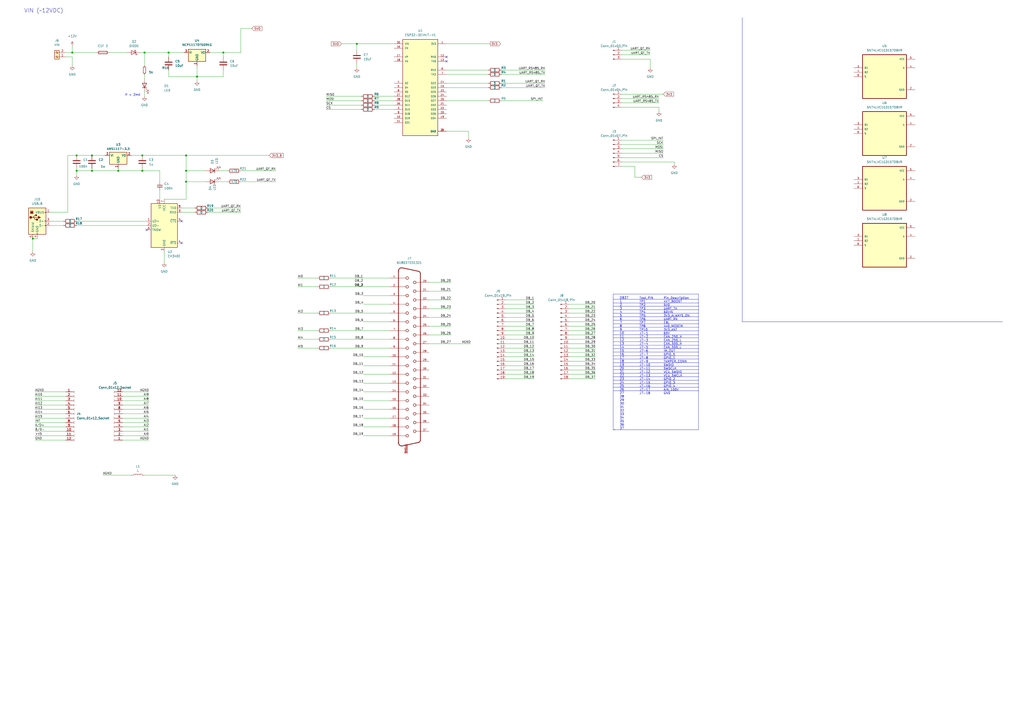
<source format=kicad_sch>
(kicad_sch (version 20230121) (generator eeschema)
  (paper "A2")
  (lib_symbols
    (symbol "618037231321:618037231321" (pin_names (offset 1.016))
      (property "Reference" "J" (at -57.1979 -0.0024 0))
      (property "Value" "618037231321" (at 50.8067 -2.5403 0))
      (symbol "618037231321_0_0"
        (pin bidirectional line (at -49.53 -10.16 90) (length 5.08) (name "~") (number "1"))
        (pin bidirectional line (at -3.81 -10.16 90) (length 5.08) (name "~") (number "10"))
        (pin bidirectional line (at 1.27 -10.16 90) (length 5.08) (name "~") (number "11"))
        (pin bidirectional line (at 6.35 -10.16 90) (length 5.08) (name "~") (number "12"))
        (pin bidirectional line (at 11.43 -10.16 90) (length 5.08) (name "~") (number "13"))
        (pin bidirectional line (at 16.51 -10.16 90) (length 5.08) (name "~") (number "14"))
        (pin bidirectional line (at 21.59 -10.16 90) (length 5.08) (name "~") (number "15"))
        (pin bidirectional line (at 26.67 -10.16 90) (length 5.08) (name "~") (number "16"))
        (pin bidirectional line (at 31.75 -10.16 90) (length 5.08) (name "~") (number "17"))
        (pin bidirectional line (at 36.83 -10.16 90) (length 5.08) (name "~") (number "18"))
        (pin bidirectional line (at 41.91 -10.16 90) (length 5.08) (name "~") (number "19"))
        (pin bidirectional line (at -44.45 -10.16 90) (length 5.08) (name "~") (number "2"))
        (pin bidirectional line (at -46.99 12.7 270) (length 5.08) (name "~") (number "20"))
        (pin bidirectional line (at -41.91 12.7 270) (length 5.08) (name "~") (number "21"))
        (pin bidirectional line (at -36.83 12.7 270) (length 5.08) (name "~") (number "22"))
        (pin bidirectional line (at -31.75 12.7 270) (length 5.08) (name "~") (number "23"))
        (pin bidirectional line (at -26.67 12.7 270) (length 5.08) (name "~") (number "24"))
        (pin bidirectional line (at -21.59 12.7 270) (length 5.08) (name "~") (number "25"))
        (pin bidirectional line (at -16.51 12.7 270) (length 5.08) (name "~") (number "26"))
        (pin bidirectional line (at -11.43 12.7 270) (length 5.08) (name "~") (number "27"))
        (pin bidirectional line (at -6.35 12.7 270) (length 5.08) (name "~") (number "28"))
        (pin bidirectional line (at -1.27 12.7 270) (length 5.08) (name "~") (number "29"))
        (pin bidirectional line (at -39.37 -10.16 90) (length 5.08) (name "~") (number "3"))
        (pin bidirectional line (at 3.81 12.7 270) (length 5.08) (name "~") (number "30"))
        (pin bidirectional line (at 8.89 12.7 270) (length 5.08) (name "~") (number "31"))
        (pin bidirectional line (at 13.97 12.7 270) (length 5.08) (name "~") (number "32"))
        (pin bidirectional line (at 19.05 12.7 270) (length 5.08) (name "~") (number "33"))
        (pin bidirectional line (at 24.13 12.7 270) (length 5.08) (name "~") (number "34"))
        (pin bidirectional line (at 29.21 12.7 270) (length 5.08) (name "~") (number "35"))
        (pin bidirectional line (at 34.29 12.7 270) (length 5.08) (name "~") (number "36"))
        (pin bidirectional line (at 39.37 12.7 270) (length 5.08) (name "~") (number "37"))
        (pin bidirectional line (at -34.29 -10.16 90) (length 5.08) (name "~") (number "4"))
        (pin bidirectional line (at -29.21 -10.16 90) (length 5.08) (name "~") (number "5"))
        (pin bidirectional line (at -24.13 -10.16 90) (length 5.08) (name "~") (number "6"))
        (pin bidirectional line (at -19.05 -10.16 90) (length 5.08) (name "~") (number "7"))
        (pin bidirectional line (at -13.97 -10.16 90) (length 5.08) (name "~") (number "8"))
        (pin bidirectional line (at -8.89 -10.16 90) (length 5.08) (name "~") (number "9"))
        (pin bidirectional line (at 52.07 0 180) (length 5.08) (name "~") (number "SHELL"))
        (pin bidirectional line (at 52.07 0 180) (length 5.08) (name "~") (number "SHELL1"))
      )
    )
    (symbol "Connector:Conn_01x03_Pin" (pin_names (offset 1.016) hide)
      (property "Reference" "J" (at 0 5.08 0))
      (property "Value" "Conn_01x03_Pin" (at 0 -5.08 0))
      (symbol "Conn_01x03_Pin_1_1"
        (pin passive line (at 5.08 2.54 180) (length 3.81) (name "Pin_1") (number "1"))
        (pin passive line (at 5.08 0 180) (length 3.81) (name "Pin_2") (number "2"))
        (pin passive line (at 5.08 -2.54 180) (length 3.81) (name "Pin_3") (number "3"))
      )
    )
    (symbol "Connector:Conn_01x04_Pin" (pin_names (offset 1.016) hide)
      (property "Reference" "J" (at 0 5.08 0))
      (property "Value" "Conn_01x04_Pin" (at 0 -7.62 0))
      (symbol "Conn_01x04_Pin_1_1"
        (pin passive line (at 5.08 2.54 180) (length 3.81) (name "Pin_1") (number "1"))
        (pin passive line (at 5.08 0 180) (length 3.81) (name "Pin_2") (number "2"))
        (pin passive line (at 5.08 -2.54 180) (length 3.81) (name "Pin_3") (number "3"))
        (pin passive line (at 5.08 -5.08 180) (length 3.81) (name "Pin_4") (number "4"))
      )
    )
    (symbol "Connector:Conn_01x07_Pin" (pin_names (offset 1.016) hide)
      (property "Reference" "J" (at 0 10.16 0))
      (property "Value" "Conn_01x07_Pin" (at 0 -10.16 0))
      (symbol "Conn_01x07_Pin_1_1"
        (pin passive line (at 5.08 7.62 180) (length 3.81) (name "Pin_1") (number "1"))
        (pin passive line (at 5.08 5.08 180) (length 3.81) (name "Pin_2") (number "2"))
        (pin passive line (at 5.08 2.54 180) (length 3.81) (name "Pin_3") (number "3"))
        (pin passive line (at 5.08 0 180) (length 3.81) (name "Pin_4") (number "4"))
        (pin passive line (at 5.08 -2.54 180) (length 3.81) (name "Pin_5") (number "5"))
        (pin passive line (at 5.08 -5.08 180) (length 3.81) (name "Pin_6") (number "6"))
        (pin passive line (at 5.08 -7.62 180) (length 3.81) (name "Pin_7") (number "7"))
      )
    )
    (symbol "Connector:Conn_01x12_Socket" (pin_names (offset 1.016) hide)
      (property "Reference" "J" (at 0 15.24 0))
      (property "Value" "Conn_01x12_Socket" (at 0 -17.78 0))
      (symbol "Conn_01x12_Socket_1_1"
        (pin passive line (at -5.08 12.7 0) (length 3.81) (name "Pin_1") (number "1"))
        (pin passive line (at -5.08 -10.16 0) (length 3.81) (name "Pin_10") (number "10"))
        (pin passive line (at -5.08 -12.7 0) (length 3.81) (name "Pin_11") (number "11"))
        (pin passive line (at -5.08 -15.24 0) (length 3.81) (name "Pin_12") (number "12"))
        (pin passive line (at -5.08 10.16 0) (length 3.81) (name "Pin_2") (number "2"))
        (pin passive line (at -5.08 7.62 0) (length 3.81) (name "Pin_3") (number "3"))
        (pin passive line (at -5.08 5.08 0) (length 3.81) (name "Pin_4") (number "4"))
        (pin passive line (at -5.08 2.54 0) (length 3.81) (name "Pin_5") (number "5"))
        (pin passive line (at -5.08 0 0) (length 3.81) (name "Pin_6") (number "6"))
        (pin passive line (at -5.08 -2.54 0) (length 3.81) (name "Pin_7") (number "7"))
        (pin passive line (at -5.08 -5.08 0) (length 3.81) (name "Pin_8") (number "8"))
        (pin passive line (at -5.08 -7.62 0) (length 3.81) (name "Pin_9") (number "9"))
      )
    )
    (symbol "Connector:Conn_01x18_Pin" (pin_names (offset 1.016) hide)
      (property "Reference" "J" (at 0 22.86 0))
      (property "Value" "Conn_01x18_Pin" (at 0 -25.4 0))
      (symbol "Conn_01x18_Pin_1_1"
        (pin passive line (at 5.08 20.32 180) (length 3.81) (name "Pin_1") (number "1"))
        (pin passive line (at 5.08 -2.54 180) (length 3.81) (name "Pin_10") (number "10"))
        (pin passive line (at 5.08 -5.08 180) (length 3.81) (name "Pin_11") (number "11"))
        (pin passive line (at 5.08 -7.62 180) (length 3.81) (name "Pin_12") (number "12"))
        (pin passive line (at 5.08 -10.16 180) (length 3.81) (name "Pin_13") (number "13"))
        (pin passive line (at 5.08 -12.7 180) (length 3.81) (name "Pin_14") (number "14"))
        (pin passive line (at 5.08 -15.24 180) (length 3.81) (name "Pin_15") (number "15"))
        (pin passive line (at 5.08 -17.78 180) (length 3.81) (name "Pin_16") (number "16"))
        (pin passive line (at 5.08 -20.32 180) (length 3.81) (name "Pin_17") (number "17"))
        (pin passive line (at 5.08 -22.86 180) (length 3.81) (name "Pin_18") (number "18"))
        (pin passive line (at 5.08 17.78 180) (length 3.81) (name "Pin_2") (number "2"))
        (pin passive line (at 5.08 15.24 180) (length 3.81) (name "Pin_3") (number "3"))
        (pin passive line (at 5.08 12.7 180) (length 3.81) (name "Pin_4") (number "4"))
        (pin passive line (at 5.08 10.16 180) (length 3.81) (name "Pin_5") (number "5"))
        (pin passive line (at 5.08 7.62 180) (length 3.81) (name "Pin_6") (number "6"))
        (pin passive line (at 5.08 5.08 180) (length 3.81) (name "Pin_7") (number "7"))
        (pin passive line (at 5.08 2.54 180) (length 3.81) (name "Pin_8") (number "8"))
        (pin passive line (at 5.08 0 180) (length 3.81) (name "Pin_9") (number "9"))
      )
    )
    (symbol "Connector:Conn_01x19_Pin" (pin_names (offset 1.016) hide)
      (property "Reference" "J" (at 0 25.4 0))
      (property "Value" "Conn_01x19_Pin" (at 0 -25.4 0))
      (symbol "Conn_01x19_Pin_1_1"
        (pin passive line (at 5.08 22.86 180) (length 3.81) (name "Pin_1") (number "1"))
        (pin passive line (at 5.08 0 180) (length 3.81) (name "Pin_10") (number "10"))
        (pin passive line (at 5.08 -2.54 180) (length 3.81) (name "Pin_11") (number "11"))
        (pin passive line (at 5.08 -5.08 180) (length 3.81) (name "Pin_12") (number "12"))
        (pin passive line (at 5.08 -7.62 180) (length 3.81) (name "Pin_13") (number "13"))
        (pin passive line (at 5.08 -10.16 180) (length 3.81) (name "Pin_14") (number "14"))
        (pin passive line (at 5.08 -12.7 180) (length 3.81) (name "Pin_15") (number "15"))
        (pin passive line (at 5.08 -15.24 180) (length 3.81) (name "Pin_16") (number "16"))
        (pin passive line (at 5.08 -17.78 180) (length 3.81) (name "Pin_17") (number "17"))
        (pin passive line (at 5.08 -20.32 180) (length 3.81) (name "Pin_18") (number "18"))
        (pin passive line (at 5.08 -22.86 180) (length 3.81) (name "Pin_19") (number "19"))
        (pin passive line (at 5.08 20.32 180) (length 3.81) (name "Pin_2") (number "2"))
        (pin passive line (at 5.08 17.78 180) (length 3.81) (name "Pin_3") (number "3"))
        (pin passive line (at 5.08 15.24 180) (length 3.81) (name "Pin_4") (number "4"))
        (pin passive line (at 5.08 12.7 180) (length 3.81) (name "Pin_5") (number "5"))
        (pin passive line (at 5.08 10.16 180) (length 3.81) (name "Pin_6") (number "6"))
        (pin passive line (at 5.08 7.62 180) (length 3.81) (name "Pin_7") (number "7"))
        (pin passive line (at 5.08 5.08 180) (length 3.81) (name "Pin_8") (number "8"))
        (pin passive line (at 5.08 2.54 180) (length 3.81) (name "Pin_9") (number "9"))
      )
    )
    (symbol "Connector:Screw_Terminal_01x02" (pin_names (offset 1.016) hide)
      (property "Reference" "J" (at 0 2.54 0))
      (property "Value" "Screw_Terminal_01x02" (at 0 -5.08 0))
      (symbol "Screw_Terminal_01x02_1_1"
        (pin passive line (at -5.08 0 0) (length 3.81) (name "Pin_1") (number "1"))
        (pin passive line (at -5.08 -2.54 0) (length 3.81) (name "Pin_2") (number "2"))
      )
    )
    (symbol "Connector:USB_B" (pin_names (offset 1.016))
      (property "Reference" "J" (at -5.08 11.43 0))
      (property "Value" "USB_B" (at -5.08 8.89 0))
      (symbol "USB_B_1_1"
        (pin power_out line (at 7.62 5.08 180) (length 2.54) (name "VBUS") (number "1"))
        (pin bidirectional line (at 7.62 -2.54 180) (length 2.54) (name "D-") (number "2"))
        (pin bidirectional line (at 7.62 0 180) (length 2.54) (name "D+") (number "3"))
        (pin power_out line (at 0 -10.16 90) (length 2.54) (name "GND") (number "4"))
        (pin passive line (at -2.54 -10.16 90) (length 2.54) (name "Shield") (number "5"))
      )
    )
    (symbol "Device:C" (pin_numbers hide) (pin_names (offset 0.254))
      (property "Reference" "C" (at 0.635 2.54 0))
      (property "Value" "C" (at 0.635 -2.54 0))
      (symbol "C_1_1"
        (pin passive line (at 0 3.81 270) (length 2.794) (name "~") (number "1"))
        (pin passive line (at 0 -3.81 90) (length 2.794) (name "~") (number "2"))
      )
    )
    (symbol "Device:C_Small" (pin_numbers hide) (pin_names (offset 0.254) hide)
      (property "Reference" "C" (at 0.254 1.778 0))
      (property "Value" "C_Small" (at 0.254 -2.032 0))
      (symbol "C_Small_1_1"
        (pin passive line (at 0 2.54 270) (length 2.032) (name "~") (number "1"))
        (pin passive line (at 0 -2.54 90) (length 2.032) (name "~") (number "2"))
      )
    )
    (symbol "Device:Fuse" (pin_numbers hide) (pin_names (offset 0))
      (property "Reference" "F" (at 2.032 0 90))
      (property "Value" "Fuse" (at -1.905 0 90))
      (symbol "Fuse_1_1"
        (pin passive line (at 0 3.81 270) (length 1.27) (name "~") (number "1"))
        (pin passive line (at 0 -3.81 90) (length 1.27) (name "~") (number "2"))
      )
    )
    (symbol "Device:L" (pin_numbers hide) (pin_names (offset 1.016) hide)
      (property "Reference" "L" (at -1.27 0 90))
      (property "Value" "L" (at 1.905 0 90))
      (symbol "L_1_1"
        (pin passive line (at 0 3.81 270) (length 1.27) (name "1") (number "1"))
        (pin passive line (at 0 -3.81 90) (length 1.27) (name "2") (number "2"))
      )
    )
    (symbol "Device:LED" (pin_numbers hide) (pin_names (offset 1.016) hide)
      (property "Reference" "D" (at 0 2.54 0))
      (property "Value" "LED" (at 0 -2.54 0))
      (symbol "LED_1_1"
        (pin passive line (at -3.81 0 0) (length 2.54) (name "K") (number "1"))
        (pin passive line (at 3.81 0 180) (length 2.54) (name "A") (number "2"))
      )
    )
    (symbol "Device:R" (pin_numbers hide) (pin_names (offset 0))
      (property "Reference" "R" (at 2.032 0 90))
      (property "Value" "R" (at 0 0 90))
      (symbol "R_1_1"
        (pin passive line (at 0 3.81 270) (length 1.27) (name "~") (number "1"))
        (pin passive line (at 0 -3.81 90) (length 1.27) (name "~") (number "2"))
      )
    )
    (symbol "Device:R_Small" (pin_numbers hide) (pin_names (offset 0.254) hide)
      (property "Reference" "R" (at 0.762 0.508 0))
      (property "Value" "R_Small" (at 0.762 -1.016 0))
      (symbol "R_Small_1_1"
        (pin passive line (at 0 2.54 270) (length 0.762) (name "~") (number "1"))
        (pin passive line (at 0 -2.54 90) (length 0.762) (name "~") (number "2"))
      )
    )
    (symbol "Diode:PMEG2020EJ" (pin_numbers hide) (pin_names hide)
      (property "Reference" "D" (at 0 2.54 0))
      (property "Value" "PMEG2020EJ" (at 0 -2.54 0))
      (symbol "PMEG2020EJ_1_1"
        (pin passive line (at -3.81 0 0) (length 2.54) (name "K") (number "1"))
        (pin passive line (at 3.81 0 180) (length 2.54) (name "A") (number "2"))
      )
    )
    (symbol "ESP32-DEVKIT-V1:ESP32-DEVKIT-V1" (pin_names (offset 1.016))
      (property "Reference" "U" (at -10.16 30.48 0))
      (property "Value" "ESP32-DEVKIT-V1" (at -10.16 -30.48 0))
      (symbol "ESP32-DEVKIT-V1_0_0"
        (pin output line (at 15.24 25.4 180) (length 5.08) (name "3V3") (number "1"))
        (pin bidirectional line (at -15.24 -17.78 0) (length 5.08) (name "D19") (number "10"))
        (pin bidirectional line (at -15.24 -20.32 0) (length 5.08) (name "D21") (number "11"))
        (pin input line (at 15.24 17.78 180) (length 5.08) (name "RX0") (number "12"))
        (pin output line (at 15.24 15.24 180) (length 5.08) (name "TX0") (number "13"))
        (pin bidirectional line (at 15.24 2.54 180) (length 5.08) (name "D22") (number "14"))
        (pin bidirectional line (at 15.24 0 180) (length 5.08) (name "D23") (number "15"))
        (pin input line (at -15.24 22.86 0) (length 5.08) (name "EN") (number "16"))
        (pin bidirectional line (at -15.24 17.78 0) (length 5.08) (name "VP") (number "17"))
        (pin bidirectional line (at -15.24 15.24 0) (length 5.08) (name "VN") (number "18"))
        (pin bidirectional line (at 15.24 -17.78 180) (length 5.08) (name "D34") (number "19"))
        (pin power_in line (at 15.24 -25.4 180) (length 5.08) (name "GND") (number "2"))
        (pin bidirectional line (at 15.24 -15.24 180) (length 5.08) (name "D35") (number "20"))
        (pin bidirectional line (at 15.24 -10.16 180) (length 5.08) (name "D32") (number "21"))
        (pin bidirectional line (at 15.24 -12.7 180) (length 5.08) (name "D33") (number "22"))
        (pin bidirectional line (at 15.24 -2.54 180) (length 5.08) (name "D25") (number "23"))
        (pin bidirectional line (at 15.24 -5.08 180) (length 5.08) (name "D26") (number "24"))
        (pin bidirectional line (at 15.24 -7.62 180) (length 5.08) (name "D27") (number "25"))
        (pin bidirectional line (at -15.24 -10.16 0) (length 5.08) (name "D14") (number "26"))
        (pin bidirectional line (at -15.24 -5.08 0) (length 5.08) (name "D12") (number "27"))
        (pin bidirectional line (at -15.24 -7.62 0) (length 5.08) (name "D13") (number "28"))
        (pin power_in line (at 15.24 -25.4 180) (length 5.08) (name "GND") (number "29"))
        (pin bidirectional line (at -15.24 -12.7 0) (length 5.08) (name "D15") (number "3"))
        (pin input line (at -15.24 25.4 0) (length 5.08) (name "VIN") (number "30"))
        (pin bidirectional line (at -15.24 2.54 0) (length 5.08) (name "D2") (number "4"))
        (pin bidirectional line (at -15.24 0 0) (length 5.08) (name "D4") (number "5"))
        (pin input line (at 15.24 10.16 180) (length 5.08) (name "RX2") (number "6"))
        (pin output line (at 15.24 7.62 180) (length 5.08) (name "TX2") (number "7"))
        (pin bidirectional line (at -15.24 -2.54 0) (length 5.08) (name "D5") (number "8"))
        (pin bidirectional line (at -15.24 -15.24 0) (length 5.08) (name "D18") (number "9"))
      )
    )
    (symbol "Interface_USB:CH340E"
      (property "Reference" "U" (at -5.08 13.97 0))
      (property "Value" "CH340E" (at 1.27 13.97 0))
      (symbol "CH340E_1_1"
        (pin bidirectional line (at -10.16 2.54 0) (length 2.54) (name "UD+") (number "1"))
        (pin passive line (at -2.54 15.24 270) (length 2.54) (name "V3") (number "10"))
        (pin bidirectional line (at -10.16 0 0) (length 2.54) (name "UD-") (number "2"))
        (pin power_in line (at 0 -15.24 90) (length 2.54) (name "GND") (number "3"))
        (pin output line (at 10.16 -10.16 180) (length 2.54) (name "~{RTS}") (number "4"))
        (pin input line (at 10.16 2.54 180) (length 2.54) (name "~{CTS}") (number "5"))
        (pin output line (at -10.16 -2.54 0) (length 2.54) (name "TNOW") (number "6"))
        (pin power_in line (at 0 15.24 270) (length 2.54) (name "VCC") (number "7"))
        (pin output line (at 10.16 10.16 180) (length 2.54) (name "TXD") (number "8"))
        (pin input line (at 10.16 7.62 180) (length 2.54) (name "RXD") (number "9"))
      )
    )
    (symbol "Regulator_Linear:AMS1117-3.3"
      (property "Reference" "U" (at -3.81 3.175 0))
      (property "Value" "AMS1117-3.3" (at 0 3.175 0))
      (symbol "AMS1117-3.3_1_1"
        (pin power_in line (at 0 -7.62 90) (length 2.54) (name "GND") (number "1"))
        (pin power_out line (at 7.62 0 180) (length 2.54) (name "VO") (number "2"))
        (pin power_in line (at -7.62 0 0) (length 2.54) (name "VI") (number "3"))
      )
    )
    (symbol "Regulator_Linear:NCP1117-5.0_TO252" (pin_names (offset 0.254))
      (property "Reference" "U" (at -3.81 3.175 0))
      (property "Value" "NCP1117-5.0_TO252" (at 0 3.175 0))
      (symbol "NCP1117-5.0_TO252_1_1"
        (pin power_in line (at 0 -7.62 90) (length 2.54) (name "GND") (number "1"))
        (pin power_out line (at 7.62 0 180) (length 2.54) (name "VO") (number "2"))
        (pin power_in line (at -7.62 0 0) (length 2.54) (name "VI") (number "3"))
      )
    )
    (symbol "SN74LVC1G3157DBVR:SN74LVC1G3157DBVR" (pin_names (offset 1.016))
      (property "Reference" "U" (at -12.7 13.7 0))
      (property "Value" "SN74LVC1G3157DBVR" (at -12.7 -16.7 0))
      (symbol "SN74LVC1G3157DBVR_0_0"
        (pin input line (at -17.78 2.54 0) (length 5.08) (name "B2") (number "1"))
        (pin power_in line (at 17.78 -7.62 180) (length 5.08) (name "GND") (number "2"))
        (pin input line (at -17.78 5.08 0) (length 5.08) (name "B1") (number "3"))
        (pin output line (at 17.78 5.08 180) (length 5.08) (name "A") (number "4"))
        (pin power_in line (at 17.78 10.16 180) (length 5.08) (name "VCC") (number "5"))
        (pin input line (at -17.78 0 0) (length 5.08) (name "S") (number "6"))
      )
    )
    (symbol "power:+12V" (power) (pin_names (offset 0))
      (property "Value" "+12V" (at 0 3.556 0))
      (symbol "+12V_1_1"
        (pin power_in line (at 0 0 90) (length 0) hide (name "+12V") (number "1"))
      )
    )
    (symbol "power:GND" (power) (pin_names (offset 0))
      (property "Value" "GND" (at 0 -3.81 0))
      (symbol "GND_1_1"
        (pin power_in line (at 0 0 270) (length 0) hide (name "GND") (number "1"))
      )
    )
  )
  (junction (at 68.58 99.06))
  (junction (at 114.3 44.45))
  (junction (at 82.55 99.06))
  (junction (at 107.95 99.06))
  (junction (at 41.91 30.48))
  (junction (at 83.82 30.48))
  (junction (at 53.34 90.17))
  (junction (at 129.54 30.48))
  (junction (at 53.34 99.06))
  (junction (at 107.95 105.41))
  (junction (at 44.45 99.06))
  (junction (at 97.79 30.48))
  (junction (at 19.05 138.43))
  (junction (at 82.55 90.17))
  (junction (at 107.95 90.17))
  (junction (at 44.45 90.17))
  (junction (at 207.01 25.4))
  (no_connect (at 259.08 33.02))
  (no_connect (at 259.08 35.56))
  (no_connect (at 85.09 133.35))
  (no_connect (at 105.41 128.27))
  (no_connect (at 105.41 140.97))
  (wire (pts (xy 41.91 30.48) (xy 55.88 30.48)))
  (wire (pts (xy 377.19 34.29) (xy 377.19 39.37)))
  (wire (pts (xy 71.12 227.33) (xy 86.36 227.33)))
  (wire (pts (xy 360.68 62.23) (xy 382.27 62.23)))
  (wire (pts (xy 210.82 222.25) (xy 226.06 222.25)))
  (wire (pts (xy 139.7 16.51) (xy 139.7 30.48)))
  (wire (pts (xy 207.01 25.4) (xy 228.6 25.4)))
  (wire (pts (xy 198.12 25.4) (xy 207.01 25.4)))
  (wire (pts (xy 82.55 97.79) (xy 82.55 99.06)))
  (wire (pts (xy 290.83 58.42) (xy 314.96 58.42)))
  (wire (pts (xy 189.23 63.5) (xy 209.55 63.5)))
  (wire (pts (xy 191.77 196.85) (xy 226.06 196.85)))
  (wire (pts (xy 83.82 43.18) (xy 83.82 45.72)))
  (polyline (pts (xy 430.53 186.69) (xy 581.66 186.69)))
  (polyline (pts (xy 355.727 196.0118) (xy 405.2316 196.0118)))
  (wire (pts (xy 20.32 247.65) (xy 38.1 247.65)))
  (wire (pts (xy 120.65 123.19) (xy 139.7 123.19)))
  (wire (pts (xy 293.37 186.69) (xy 309.88 186.69)))
  (wire (pts (xy 172.72 191.77) (xy 184.15 191.77)))
  (wire (pts (xy 259.08 58.42) (xy 283.21 58.42)))
  (wire (pts (xy 92.71 105.41) (xy 92.71 99.06)))
  (wire (pts (xy 207.01 36.83) (xy 207.01 39.37)))
  (polyline (pts (xy 355.727 216.4842) (xy 405.3332 216.4842)))
  (wire (pts (xy 210.82 227.33) (xy 226.06 227.33)))
  (wire (pts (xy 330.2 217.17) (xy 345.44 217.17)))
  (wire (pts (xy 82.55 90.17) (xy 107.95 90.17)))
  (polyline (pts (xy 355.854 189.8142) (xy 405.3586 189.8142)))
  (wire (pts (xy 248.92 199.39) (xy 273.05 199.39)))
  (polyline (pts (xy 355.7016 204.216) (xy 405.3078 204.216)))
  (wire (pts (xy 293.37 201.93) (xy 309.88 201.93)))
  (polyline (pts (xy 355.8032 185.7756) (xy 405.4094 185.7756)))
  (wire (pts (xy 210.82 176.53) (xy 226.06 176.53)))
  (wire (pts (xy 330.2 184.15) (xy 345.44 184.15)))
  (wire (pts (xy 114.3 44.45) (xy 114.3 46.99)))
  (wire (pts (xy 210.82 247.65) (xy 226.06 247.65)))
  (wire (pts (xy 63.5 30.48) (xy 73.66 30.48)))
  (polyline (pts (xy 405.3078 206.3242) (xy 355.7016 206.3242)))
  (wire (pts (xy 44.45 130.81) (xy 85.09 130.81)))
  (wire (pts (xy 259.08 40.64) (xy 283.21 40.64)))
  (wire (pts (xy 384.81 91.44) (xy 360.68 91.44)))
  (wire (pts (xy 248.92 184.15) (xy 261.62 184.15)))
  (wire (pts (xy 20.32 237.49) (xy 38.1 237.49)))
  (polyline (pts (xy 405.3332 218.5924) (xy 355.727 218.5924)))
  (wire (pts (xy 29.21 130.81) (xy 36.83 130.81)))
  (wire (pts (xy 107.95 99.06) (xy 119.38 99.06)))
  (wire (pts (xy 83.82 53.34) (xy 83.82 55.88)))
  (wire (pts (xy 71.12 240.03) (xy 86.36 240.03)))
  (wire (pts (xy 97.79 30.48) (xy 106.68 30.48)))
  (wire (pts (xy 71.12 242.57) (xy 86.36 242.57)))
  (wire (pts (xy 97.79 30.48) (xy 97.79 33.02)))
  (wire (pts (xy 293.37 191.77) (xy 309.88 191.77)))
  (wire (pts (xy 293.37 184.15) (xy 309.88 184.15)))
  (wire (pts (xy 271.78 80.01) (xy 271.78 76.2)))
  (wire (pts (xy 248.92 163.83) (xy 261.62 163.83)))
  (polyline (pts (xy 405.1808 170.561) (xy 355.6508 170.561)))
  (wire (pts (xy 360.68 57.15) (xy 382.27 57.15)))
  (wire (pts (xy 330.2 214.63) (xy 345.44 214.63)))
  (wire (pts (xy 41.91 33.02) (xy 41.91 38.1)))
  (polyline (pts (xy 355.727 177.6984) (xy 405.2316 177.6984)))
  (wire (pts (xy 330.2 207.01) (xy 345.44 207.01)))
  (polyline (pts (xy 405.2824 194.0814) (xy 355.6762 194.0814)))
  (wire (pts (xy 210.82 212.09) (xy 226.06 212.09)))
  (polyline (pts (xy 355.7778 220.5228) (xy 405.2824 220.5228)))
  (polyline (pts (xy 355.7524 208.2546) (xy 405.257 208.2546)))
  (wire (pts (xy 293.37 209.55) (xy 309.88 209.55)))
  (polyline (pts (xy 355.727 222.5802) (xy 405.3332 222.5802)))
  (polyline (pts (xy 355.727 198.1454) (xy 405.3332 198.1454)))
  (wire (pts (xy 107.95 105.41) (xy 119.38 105.41)))
  (wire (pts (xy 391.16 93.98) (xy 391.16 95.25)))
  (wire (pts (xy 76.2 90.17) (xy 82.55 90.17)))
  (wire (pts (xy 107.95 115.57) (xy 107.95 105.41)))
  (polyline (pts (xy 355.6762 173.6598) (xy 405.2824 173.6598)))
  (polyline (pts (xy 355.6762 191.9732) (xy 405.2824 191.9732)))
  (wire (pts (xy 107.95 105.41) (xy 107.95 99.06)))
  (wire (pts (xy 368.3 96.52) (xy 368.3 102.87)))
  (wire (pts (xy 38.1 30.48) (xy 41.91 30.48)))
  (wire (pts (xy 210.82 171.45) (xy 226.06 171.45)))
  (wire (pts (xy 20.32 229.87) (xy 38.1 229.87)))
  (wire (pts (xy 248.92 179.07) (xy 261.62 179.07)))
  (wire (pts (xy 121.92 30.48) (xy 129.54 30.48)))
  (wire (pts (xy 293.37 176.53) (xy 309.88 176.53)))
  (wire (pts (xy 29.21 128.27) (xy 36.83 128.27)))
  (polyline (pts (xy 355.7778 226.6188) (xy 405.2824 226.6188)))
  (wire (pts (xy 360.68 93.98) (xy 391.16 93.98)))
  (polyline (pts (xy 405.2824 175.768) (xy 355.6762 175.768)))
  (wire (pts (xy 382.27 62.23) (xy 382.27 64.77)))
  (wire (pts (xy 360.68 31.75) (xy 377.19 31.75)))
  (wire (pts (xy 360.68 81.28) (xy 384.81 81.28)))
  (wire (pts (xy 290.83 43.18) (xy 316.23 43.18)))
  (wire (pts (xy 293.37 212.09) (xy 309.88 212.09)))
  (wire (pts (xy 97.79 40.64) (xy 97.79 44.45)))
  (wire (pts (xy 95.25 146.05) (xy 95.25 152.4)))
  (wire (pts (xy 293.37 214.63) (xy 309.88 214.63)))
  (polyline (pts (xy 355.727 210.3374) (xy 405.3332 210.3374)))
  (wire (pts (xy 293.37 219.71) (xy 309.88 219.71)))
  (wire (pts (xy 71.12 232.41) (xy 86.36 232.41)))
  (wire (pts (xy 20.32 255.27) (xy 38.1 255.27)))
  (wire (pts (xy 330.2 219.71) (xy 345.44 219.71)))
  (wire (pts (xy 20.32 242.57) (xy 38.1 242.57)))
  (wire (pts (xy 293.37 179.07) (xy 309.88 179.07)))
  (wire (pts (xy 330.2 181.61) (xy 345.44 181.61)))
  (wire (pts (xy 19.05 146.05) (xy 19.05 138.43)))
  (wire (pts (xy 53.34 97.79) (xy 53.34 99.06)))
  (wire (pts (xy 191.77 201.93) (xy 226.06 201.93)))
  (wire (pts (xy 259.08 48.26) (xy 283.21 48.26)))
  (wire (pts (xy 44.45 90.17) (xy 53.34 90.17)))
  (wire (pts (xy 217.17 63.5) (xy 228.6 63.5)))
  (wire (pts (xy 293.37 173.99) (xy 309.88 173.99)))
  (wire (pts (xy 360.68 59.69) (xy 382.27 59.69)))
  (wire (pts (xy 360.68 96.52) (xy 368.3 96.52)))
  (polyline (pts (xy 355.7778 214.376) (xy 405.2824 214.376)))
  (wire (pts (xy 330.2 201.93) (xy 345.44 201.93)))
  (wire (pts (xy 83.82 30.48) (xy 97.79 30.48)))
  (wire (pts (xy 20.32 232.41) (xy 38.1 232.41)))
  (wire (pts (xy 259.08 50.8) (xy 283.21 50.8)))
  (wire (pts (xy 210.82 207.01) (xy 226.06 207.01)))
  (wire (pts (xy 360.68 34.29) (xy 377.19 34.29)))
  (wire (pts (xy 71.12 247.65) (xy 86.36 247.65)))
  (wire (pts (xy 95.25 115.57) (xy 107.95 115.57)))
  (wire (pts (xy 384.81 86.36) (xy 360.68 86.36)))
  (wire (pts (xy 191.77 181.61) (xy 226.06 181.61)))
  (wire (pts (xy 44.45 128.27) (xy 85.09 128.27)))
  (wire (pts (xy 293.37 217.17) (xy 309.88 217.17)))
  (polyline (pts (xy 355.7778 202.184) (xy 405.2824 202.184)))
  (wire (pts (xy 293.37 181.61) (xy 309.88 181.61)))
  (wire (pts (xy 210.82 186.69) (xy 226.06 186.69)))
  (wire (pts (xy 330.2 204.47) (xy 345.44 204.47)))
  (wire (pts (xy 44.45 99.06) (xy 44.45 101.6)))
  (wire (pts (xy 68.58 97.79) (xy 68.58 99.06)))
  (wire (pts (xy 83.82 30.48) (xy 83.82 38.1)))
  (wire (pts (xy 217.17 55.88) (xy 228.6 55.88)))
  (wire (pts (xy 293.37 199.39) (xy 309.88 199.39)))
  (wire (pts (xy 107.95 90.17) (xy 156.21 90.17)))
  (wire (pts (xy 20.32 245.11) (xy 38.1 245.11)))
  (wire (pts (xy 19.05 138.43) (xy 21.59 138.43)))
  (wire (pts (xy 330.2 186.69) (xy 345.44 186.69)))
  (wire (pts (xy 191.77 166.37) (xy 226.06 166.37)))
  (wire (pts (xy 330.2 179.07) (xy 345.44 179.07)))
  (wire (pts (xy 330.2 199.39) (xy 345.44 199.39)))
  (wire (pts (xy 217.17 58.42) (xy 228.6 58.42)))
  (wire (pts (xy 107.95 99.06) (xy 107.95 90.17)))
  (polyline (pts (xy 355.6508 249.301) (xy 405.1808 249.301)))
  (wire (pts (xy 20.32 240.03) (xy 38.1 240.03)))
  (wire (pts (xy 20.32 252.73) (xy 38.1 252.73)))
  (wire (pts (xy 248.92 189.23) (xy 261.62 189.23)))
  (wire (pts (xy 210.82 217.17) (xy 226.06 217.17)))
  (wire (pts (xy 384.81 83.82) (xy 360.68 83.82)))
  (wire (pts (xy 290.83 50.8) (xy 316.23 50.8)))
  (wire (pts (xy 293.37 204.47) (xy 309.88 204.47)))
  (polyline (pts (xy 405.3078 181.7624) (xy 355.7016 181.7624)))
  (polyline (pts (xy 355.7524 183.6928) (xy 405.257 183.6928)))
  (wire (pts (xy 330.2 212.09) (xy 345.44 212.09)))
  (wire (pts (xy 20.32 234.95) (xy 38.1 234.95)))
  (wire (pts (xy 259.08 43.18) (xy 283.21 43.18)))
  (wire (pts (xy 210.82 237.49) (xy 226.06 237.49)))
  (wire (pts (xy 129.54 30.48) (xy 139.7 30.48)))
  (wire (pts (xy 189.23 55.88) (xy 209.55 55.88)))
  (wire (pts (xy 146.05 16.51) (xy 139.7 16.51)))
  (wire (pts (xy 217.17 60.96) (xy 228.6 60.96)))
  (wire (pts (xy 330.2 196.85) (xy 345.44 196.85)))
  (wire (pts (xy 44.45 99.06) (xy 53.34 99.06)))
  (wire (pts (xy 207.01 25.4) (xy 207.01 29.21)))
  (wire (pts (xy 53.34 99.06) (xy 68.58 99.06)))
  (wire (pts (xy 189.23 58.42) (xy 209.55 58.42)))
  (wire (pts (xy 39.37 123.19) (xy 39.37 90.17)))
  (wire (pts (xy 189.23 60.96) (xy 209.55 60.96)))
  (wire (pts (xy 41.91 26.67) (xy 41.91 30.48)))
  (polyline (pts (xy 405.1808 249.301) (xy 405.1808 170.561)))
  (wire (pts (xy 53.34 90.17) (xy 60.96 90.17)))
  (wire (pts (xy 71.12 245.11) (xy 86.36 245.11)))
  (wire (pts (xy 129.54 40.64) (xy 129.54 44.45)))
  (wire (pts (xy 290.83 40.64) (xy 316.23 40.64)))
  (wire (pts (xy 384.81 88.9) (xy 360.68 88.9)))
  (wire (pts (xy 20.32 250.19) (xy 38.1 250.19)))
  (wire (pts (xy 360.68 54.61) (xy 384.81 54.61)))
  (wire (pts (xy 271.78 76.2) (xy 259.08 76.2)))
  (wire (pts (xy 92.71 110.49) (xy 92.71 115.57)))
  (wire (pts (xy 248.92 168.91) (xy 261.62 168.91)))
  (wire (pts (xy 248.92 194.31) (xy 261.62 194.31)))
  (wire (pts (xy 293.37 196.85) (xy 309.88 196.85)))
  (wire (pts (xy 71.12 234.95) (xy 86.36 234.95)))
  (wire (pts (xy 71.12 255.27) (xy 86.36 255.27)))
  (polyline (pts (xy 405.2316 177.6984) (xy 405.2316 177.546)))
  (wire (pts (xy 330.2 209.55) (xy 345.44 209.55)))
  (wire (pts (xy 259.08 25.4) (xy 284.48 25.4)))
  (wire (pts (xy 39.37 90.17) (xy 44.45 90.17)))
  (wire (pts (xy 293.37 189.23) (xy 309.88 189.23)))
  (polyline (pts (xy 355.6508 170.561) (xy 355.6508 249.301)))
  (wire (pts (xy 83.82 275.59) (xy 101.6 275.59)))
  (wire (pts (xy 139.7 105.41) (xy 160.02 105.41)))
  (polyline (pts (xy 405.4094 187.8838) (xy 355.8032 187.8838)))
  (wire (pts (xy 172.72 166.37) (xy 184.15 166.37)))
  (wire (pts (xy 71.12 237.49) (xy 86.36 237.49)))
  (wire (pts (xy 105.41 120.65) (xy 113.03 120.65)))
  (wire (pts (xy 129.54 44.45) (xy 114.3 44.45)))
  (wire (pts (xy 210.82 232.41) (xy 226.06 232.41)))
  (wire (pts (xy 92.71 99.06) (xy 82.55 99.06)))
  (wire (pts (xy 368.3 102.87) (xy 372.11 102.87)))
  (wire (pts (xy 330.2 191.77) (xy 345.44 191.77)))
  (wire (pts (xy 44.45 97.79) (xy 44.45 99.06)))
  (wire (pts (xy 293.37 194.31) (xy 309.88 194.31)))
  (wire (pts (xy 210.82 252.73) (xy 226.06 252.73)))
  (polyline (pts (xy 355.6508 249.301) (xy 356.9208 249.301)))
  (wire (pts (xy 114.3 44.45) (xy 114.3 38.1)))
  (wire (pts (xy 172.72 201.93) (xy 184.15 201.93)))
  (wire (pts (xy 293.37 207.01) (xy 309.88 207.01)))
  (wire (pts (xy 330.2 176.53) (xy 345.44 176.53)))
  (wire (pts (xy 68.58 99.06) (xy 82.55 99.06)))
  (wire (pts (xy 29.21 123.19) (xy 39.37 123.19)))
  (wire (pts (xy 360.68 29.21) (xy 377.19 29.21)))
  (wire (pts (xy 172.72 161.29) (xy 184.15 161.29)))
  (wire (pts (xy 71.12 252.73) (xy 86.36 252.73)))
  (wire (pts (xy 290.83 48.26) (xy 316.23 48.26)))
  (wire (pts (xy 139.7 99.06) (xy 160.02 99.06)))
  (wire (pts (xy 330.2 194.31) (xy 345.44 194.31)))
  (wire (pts (xy 127 99.06) (xy 132.08 99.06)))
  (wire (pts (xy 71.12 229.87) (xy 86.36 229.87)))
  (wire (pts (xy 127 105.41) (xy 132.08 105.41)))
  (wire (pts (xy 105.41 123.19) (xy 113.03 123.19)))
  (polyline (pts (xy 430.53 10.16) (xy 430.53 186.69)))
  (polyline (pts (xy 405.3332 200.2536) (xy 355.727 200.2536)))
  (wire (pts (xy 20.32 227.33) (xy 38.1 227.33)))
  (wire (pts (xy 81.28 30.48) (xy 83.82 30.48)))
  (wire (pts (xy 71.12 250.19) (xy 86.36 250.19)))
  (wire (pts (xy 191.77 161.29) (xy 226.06 161.29)))
  (wire (pts (xy 191.77 191.77) (xy 226.06 191.77)))
  (polyline (pts (xy 405.3332 224.6884) (xy 355.727 224.6884)))
  (wire (pts (xy 330.2 189.23) (xy 345.44 189.23)))
  (polyline (pts (xy 405.3332 212.4456) (xy 355.727 212.4456)))
  (wire (pts (xy 38.1 33.02) (xy 41.91 33.02)))
  (wire (pts (xy 97.79 44.45) (xy 114.3 44.45)))
  (wire (pts (xy 120.65 120.65) (xy 139.7 120.65)))
  (wire (pts (xy 172.72 196.85) (xy 184.15 196.85)))
  (wire (pts (xy 248.92 173.99) (xy 261.62 173.99)))
  (wire (pts (xy 59.69 275.59) (xy 76.2 275.59)))
  (wire (pts (xy 210.82 242.57) (xy 226.06 242.57)))
  (wire (pts (xy 129.54 30.48) (xy 129.54 33.02)))
  (polyline (pts (xy 355.7016 179.6542) (xy 405.3078 179.6542)))
  (wire (pts (xy 172.72 181.61) (xy 184.15 181.61)))
  (text "Test_PIN\nTP1\nTP2\nTP3\nTP4\nTP5\nTP6\nTP7\nTP8\nTP10\nJ7-1\nJ7-2\nJ7-3\nJ7-4\nJ7-5\nJ7-6\nJ7-7\nJ7-8\nJ7-9\nJ7-10\nJ7-11\nJ7-12\nJ7-13\nJ7-14\nJ7-15\nJ7-16\nJ7-17\nJ7-18" (at 370.8908 228.981 0) (effects (font (size 1.27 1.27)) (justify left bottom)))
  (text "Pin_Description\n4V7_BOOST\n5V0\nUART_TX\n60VIN\n3V3_ALWAYS_ON\nUART_RX\nEBL\n4V0_MODEM\n3V3_ANT\n60V\nCAN_250_H\nCAN_250_L\nCAN_500_H\nCAN_500_L\nIM_OUT\nGPIO_5\nGPIO_1\nTAMPER_CONN\nSWDIO\nSWDCLK\nVCU_SWDIO\nVCU_SWCLK\nGPIO_2\nGPIO_3\nGPIO_4\nAIN_100V\nGND" (at 384.8608 228.981 0) (effects (font (size 1.27 1.27)) (justify left bottom)))
  (text "If = 2mA" (at 72.39 55.88 0) (effects (font (size 1.27 1.27)) (justify left bottom)))
  (text "VIN (~12VDC)" (at 13.97 7.62 0) (effects (font (size 2.27 2.27)) (justify left bottom)))
  (text "DB37\n1\n2\n3\n4\n5\n6\n7\n8\n9\n10\n11\n12\n13\n14\n15\n16\n17\n18\n19\n20\n21\n22\n23\n24\n25\n26\n27\n28\n29\n30\n31\n32\n33\n34\n35\n36\n37" (at 359.4608 249.301 0) (effects (font (size 1.27 1.27)) (justify left bottom)))
  (label "UART_QT_TX" (at 316.23 50.8 180))
  (label "MISO" (at 384.81 88.9 180))
  (label "AI10" (at 20.32 229.87 0))
  (label "AI2" (at 172.72 181.61 0))
  (label "MISO" (at 189.23 55.88 0))
  (label "UART_QT_TX" (at 139.7 123.19 180))
  (label "AI1" (at 86.36 250.19 180))
  (label "DB_24" (at 345.44 186.69 180))
  (label "CS" (at 384.81 91.44 180))
  (label "AI4" (at 86.36 242.57 180))
  (label "AI5" (at 172.72 201.93 0))
  (label "DB_23" (at 261.62 179.07 180))
  (label "DB_12" (at 210.82 217.17 180))
  (label "DB_34" (at 345.44 212.09 180))
  (label "DB_6" (at 309.88 186.69 180))
  (label "DB_12" (at 309.88 201.93 180))
  (label "UART_QT_RX" (at 377.19 29.21 180))
  (label "CS" (at 189.23 63.5 0))
  (label "A{slash}D+" (at 20.32 247.65 0))
  (label "+VS" (at 20.32 252.73 0))
  (label "AI0" (at 86.36 252.73 180))
  (label "SPI_INT" (at 384.81 81.28 180))
  (label "DB_9" (at 210.82 201.93 180))
  (label "AGND" (at 86.36 227.33 180))
  (label "AI13" (at 20.32 237.49 0))
  (label "DB_21" (at 261.62 168.91 180))
  (label "DB_10" (at 210.82 207.01 180))
  (label "AGND" (at 20.32 227.33 0))
  (label "INT" (at 20.32 245.11 0))
  (label "UART_RS485_TX" (at 382.27 59.69 180))
  (label "DB_24" (at 261.62 184.15 180))
  (label "DB_17" (at 309.88 214.63 180))
  (label "DB_1" (at 309.88 173.99 180))
  (label "AI5" (at 86.36 240.03 180))
  (label "DB_4" (at 309.88 181.61 180))
  (label "DB_17" (at 210.82 242.57 180))
  (label "DB_10" (at 309.88 196.85 180))
  (label "GND" (at 20.32 255.27 0))
  (label "AI15" (at 20.32 242.57 0))
  (label "DB_29" (at 345.44 199.39 180))
  (label "DB_25" (at 261.62 189.23 180))
  (label "AI7" (at 86.36 234.95 180))
  (label "UART_RS485_TX" (at 316.23 43.18 180))
  (label "DB_11" (at 210.82 212.09 180))
  (label "AI14" (at 20.32 240.03 0))
  (label "UART_QT_TX" (at 377.19 31.75 180))
  (label "AI6" (at 86.36 237.49 180))
  (label "DB_31" (at 345.44 204.47 180))
  (label "DB_7" (at 210.82 191.77 180))
  (label "DB_27" (at 261.62 199.39 180))
  (label "DB_8" (at 210.82 196.85 180))
  (label "UART_QT_TX" (at 160.02 105.41 180))
  (label "AI2" (at 86.36 247.65 180))
  (label "DB_33" (at 345.44 209.55 180))
  (label "AI12" (at 20.32 234.95 0))
  (label "DB_11" (at 309.88 199.39 180))
  (label "DB_18" (at 309.88 217.17 180))
  (label "DB_2" (at 205.74 163.83 0))
  (label "AI3" (at 86.36 245.11 180))
  (label "UART_QT_RX" (at 139.7 120.65 180))
  (label "DB_20" (at 345.44 176.53 180))
  (label "DB_5" (at 309.88 184.15 180))
  (label "DB_20" (at 261.62 163.83 180))
  (label "UART_RS485_RX" (at 316.23 40.64 180))
  (label "DB_22" (at 261.62 173.99 180))
  (label "AGND" (at 86.36 255.27 180))
  (label "DB_13" (at 210.82 222.25 180))
  (label "DB_22" (at 345.44 181.61 180))
  (label "AI4" (at 172.72 196.85 0))
  (label "DB_1" (at 205.74 161.29 0))
  (label "SPI_INT" (at 314.96 58.42 180))
  (label "DB_8" (at 309.88 191.77 180))
  (label "DB_21" (at 345.44 179.07 180))
  (label "DB_3" (at 205.74 166.37 0))
  (label "DB_30" (at 345.44 201.93 180))
  (label "DB_16" (at 309.88 212.09 180))
  (label "DB_15" (at 309.88 209.55 180))
  (label "DB_2" (at 205.74 166.37 0))
  (label "DB_15" (at 210.82 232.41 180))
  (label "DB_16" (at 210.82 237.49 180))
  (label "UART_RS485_RX" (at 382.27 57.15 180))
  (label "DB_5" (at 210.82 181.61 180))
  (label "AI0" (at 172.72 161.29 0))
  (label "DB_28" (at 345.44 196.85 180))
  (label "AI9" (at 86.36 229.87 180))
  (label "DB_36" (at 345.44 217.17 180))
  (label "AGND" (at 59.69 275.59 0))
  (label "DB_26" (at 261.62 194.31 180))
  (label "DB_7" (at 309.88 189.23 180))
  (label "DB_4" (at 210.82 176.53 180))
  (label "DB_19" (at 210.82 252.73 180))
  (label "B{slash}D-" (at 20.32 250.19 0))
  (label "AGND" (at 273.05 199.39 180))
  (label "DB_2" (at 309.88 176.53 180))
  (label "AI3" (at 172.72 191.77 0))
  (label "DB_23" (at 345.44 184.15 180))
  (label "DB_9" (at 309.88 194.31 180))
  (label "MOSI" (at 384.81 86.36 180))
  (label "SCK" (at 384.81 83.82 180))
  (label "DB_25" (at 345.44 189.23 180))
  (label "AI11" (at 20.32 232.41 0))
  (label "UART_QT_RX" (at 160.02 99.06 180))
  (label "AI8" (at 86.36 232.41 180))
  (label "DB_3" (at 210.82 171.45 180))
  (label "MOSI" (at 189.23 58.42 0))
  (label "UART_QT_RX" (at 316.23 48.26 180))
  (label "DB_27" (at 345.44 194.31 180))
  (label "DB_3" (at 309.88 179.07 180))
  (label "DB_19" (at 309.88 219.71 180))
  (label "DB_14" (at 309.88 207.01 180))
  (label "SCK" (at 189.23 60.96 0))
  (label "DB_26" (at 345.44 191.77 180))
  (label "DB_35" (at 345.44 214.63 180))
  (label "DB_13" (at 309.88 204.47 180))
  (label "DB_18" (at 210.82 247.65 180))
  (label "DB_32" (at 345.44 207.01 180))
  (label "DB_37" (at 345.44 219.71 180))
  (label "DB_6" (at 210.82 186.69 180))
  (label "DB_14" (at 210.82 227.33 180))
  (label "AI1" (at 172.72 166.37 0))
  (global_label "3V3" (shape output) (at 284.48 25.4 0) (property "Intersheetrefs" "${INTERSHEET_REFS}" (effects hide)))
  (global_label "5V0" (shape input) (at 198.12 25.4 180) (property "Intersheetrefs" "${INTERSHEET_REFS}" (effects hide)))
  (global_label "3V3_B" (shape input) (at 156.21 90.17 0) (property "Intersheetrefs" "${INTERSHEET_REFS}" (effects hide)))
  (global_label "3V3" (shape input) (at 372.11 102.87 0) (property "Intersheetrefs" "${INTERSHEET_REFS}" (effects hide)))
  (global_label "5V0" (shape input) (at 146.05 16.51 0) (property "Intersheetrefs" "${INTERSHEET_REFS}" (effects hide)))
  (global_label "3V3" (shape input) (at 384.81 54.61 0) (property "Intersheetrefs" "${INTERSHEET_REFS}" (effects hide)))
  (symbol (lib_id "power:GND") (at 19.05 146.05 0) (unit 1)
    (property "Reference" "#PWR010" (effects hide))
    (property "Value" "GND" (at 19.05 151.13 0))
  )
  (symbol (lib_id "Connector:Conn_01x18_Pin") (at 325.12 196.85 0) (unit 1)
    (property "Reference" "J8" (at 325.755 171.45 0))
    (property "Value" "Conn_01x18_Pin" (at 325.755 173.99 0))
    (property "Footprint" "Connector_PinHeader_2.54mm:PinHeader_1x18_P2.54mm_Vertical" (effects hide))
  )
  (symbol (lib_id "Connector:Conn_01x03_Pin") (at 355.6 31.75 0) (unit 1)
    (property "Reference" "J1" (at 356.235 24.13 0))
    (property "Value" "Conn_01x03_Pin" (at 356.235 26.67 0))
    (property "Footprint" "Connector_JST:JST_XH_S3B-XH-A_1x03_P2.50mm_Horizontal" (effects hide))
  )
  (symbol (lib_id "power:GND") (at 114.3 46.99 0) (unit 1)
    (property "Reference" "#PWR012" (effects hide))
    (property "Value" "GND" (at 114.3 52.07 0))
  )
  (symbol (lib_id "power:GND") (at 377.19 39.37 0) (unit 1)
    (property "Reference" "#PWR01" (effects hide))
    (property "Value" "GND" (at 377.19 44.45 0))
  )
  (symbol (lib_id "Device:R") (at 135.89 105.41 90) (unit 1)
    (property "Reference" "R22" (at 140.97 104.14 90))
    (property "Value" "470" (at 135.89 105.41 90))
    (property "Footprint" "Resistor_SMD:R_0603_1608Metric" (effects hide))
  )
  (symbol (lib_id "Device:R") (at 187.96 166.37 90) (unit 1)
    (property "Reference" "R12" (at 193.04 165.1 90))
    (property "Value" "0" (at 187.96 166.37 90))
    (property "Footprint" "Resistor_SMD:R_0603_1608Metric" (effects hide))
  )
  (symbol (lib_id "power:GND") (at 271.78 80.01 0) (unit 1)
    (property "Reference" "#PWR03" (effects hide))
    (property "Value" "GND" (at 271.78 85.09 0))
  )
  (symbol (lib_id "Device:LED") (at 83.82 49.53 90) (unit 1)
    (property "Reference" "D1" (at 95.25 49.8475 90) (effects (justify right)))
    (property "Value" "LED" (at 95.25 52.3875 90) (effects (justify right)))
    (property "Footprint" "LED_SMD:LED_0805_2012Metric" (effects hide))
    (property "MPN" "0805RBD0070S01" (effects hide))
  )
  (symbol (lib_id "Device:C") (at 44.45 93.98 0) (unit 1)
    (property "Reference" "C1" (at 48.26 92.71 0) (effects (justify left)))
    (property "Value" "100n" (at 45.72 96.52 0) (effects (justify left)))
    (property "Footprint" "Capacitor_SMD:C_0603_1608Metric" (effects hide))
  )
  (symbol (lib_id "SN74LVC1G3157DBVR:SN74LVC1G3157DBVR") (at 513.08 109.22 0) (unit 1)
    (property "Reference" "U7" (at 513.08 91.44 0))
    (property "Value" "SN74LVC1G3157DBVR" (at 513.08 93.98 0))
    (property "Footprint" "Package_TO_SOT_SMD:SOT-23-6" (effects hide))
  )
  (symbol (lib_id "Device:R_Small") (at 83.82 40.64 180) (unit 1)
    (property "Reference" "R10" (at 93.98 39.37 0) (effects (justify right)))
    (property "Value" "5k" (at 86.36 41.91 0) (effects (justify right)))
    (property "Footprint" "Resistor_SMD:R_0603_1608Metric" (effects hide))
  )
  (symbol (lib_id "Device:R") (at 213.36 60.96 90) (unit 1)
    (property "Reference" "R8" (at 218.44 59.69 90))
    (property "Value" "0" (at 213.36 60.96 90))
    (property "Footprint" "Resistor_SMD:R_0603_1608Metric" (effects hide))
  )
  (symbol (lib_id "Regulator_Linear:AMS1117-3.3") (at 68.58 90.17 0) (unit 1)
    (property "Reference" "U3" (at 68.58 83.82 0))
    (property "Value" "AMS1117-3.3" (at 68.58 86.36 0))
    (property "Footprint" "Package_TO_SOT_SMD:SOT-223-3_TabPin2" (effects hide))
    (property "Datasheet" "http://www.advanced-monolithic.com/pdf/ds1117.pdf" (effects hide))
  )
  (symbol (lib_id "Device:R") (at 187.96 191.77 90) (unit 1)
    (property "Reference" "R14" (at 193.04 190.5 90))
    (property "Value" "0" (at 187.96 191.77 90))
    (property "Footprint" "Resistor_SMD:R_0603_1608Metric" (effects hide))
  )
  (symbol (lib_id "power:GND") (at 83.82 55.88 0) (unit 1)
    (property "Reference" "#PWR05" (effects hide))
    (property "Value" "GND" (at 83.82 60.96 0))
  )
  (symbol (lib_id "Device:R") (at 187.96 161.29 90) (unit 1)
    (property "Reference" "R11" (at 193.04 160.02 90))
    (property "Value" "0" (at 187.96 161.29 90))
    (property "Footprint" "Resistor_SMD:R_0603_1608Metric" (effects hide))
  )
  (symbol (lib_id "Connector:Conn_01x19_Pin") (at 288.29 196.85 0) (unit 1)
    (property "Reference" "J9" (at 288.925 168.91 0))
    (property "Value" "Conn_01x19_Pin" (at 288.925 171.45 0))
    (property "Footprint" "Connector_PinHeader_2.54mm:PinHeader_1x19_P2.54mm_Vertical" (effects hide))
  )
  (symbol (lib_id "Connector:Conn_01x07_Pin") (at 355.6 88.9 0) (unit 1)
    (property "Reference" "J3" (at 356.235 76.2 0))
    (property "Value" "Conn_01x07_Pin" (at 356.235 78.74 0))
    (property "Footprint" "Connector_JST:JST_XH_S7B-XH-A_1x07_P2.50mm_Horizontal" (effects hide))
  )
  (symbol (lib_id "Device:LED") (at 123.19 105.41 180) (unit 1)
    (property "Reference" "D4" (at 121.92 110.49 90) (effects (justify right)))
    (property "Value" "LED" (at 124.46 110.49 90) (effects (justify right)))
    (property "Footprint" "LED_SMD:LED_0805_2012Metric" (effects hide))
    (property "MPN" "0805RBD0070S01" (effects hide))
  )
  (symbol (lib_id "Device:R") (at 187.96 196.85 90) (unit 1)
    (property "Reference" "R15" (at 193.04 195.58 90))
    (property "Value" "0" (at 187.96 196.85 90))
    (property "Footprint" "Resistor_SMD:R_0603_1608Metric" (effects hide))
  )
  (symbol (lib_id "Device:C") (at 82.55 93.98 0) (unit 1)
    (property "Reference" "C3" (at 86.36 92.71 0) (effects (justify left)))
    (property "Value" "1u" (at 86.36 95.25 0) (effects (justify left)))
    (property "Footprint" "Capacitor_SMD:C_0603_1608Metric" (effects hide))
  )
  (symbol (lib_id "Device:R") (at 213.36 55.88 90) (unit 1)
    (property "Reference" "R6" (at 218.44 54.61 90))
    (property "Value" "0" (at 213.36 55.88 90))
    (property "Footprint" "Resistor_SMD:R_0603_1608Metric" (effects hide))
  )
  (symbol (lib_id "power:+12V") (at 41.91 26.67 0) (unit 1)
    (property "Reference" "#PWR06" (effects hide))
    (property "Value" "+12V" (at 41.91 20.955 0))
  )
  (symbol (lib_id "SN74LVC1G3157DBVR:SN74LVC1G3157DBVR") (at 513.08 77.47 0) (unit 1)
    (property "Reference" "U6" (at 513.08 59.69 0))
    (property "Value" "SN74LVC1G3157DBVR" (at 513.08 62.23 0))
    (property "Footprint" "Package_TO_SOT_SMD:SOT-23-6" (effects hide))
  )
  (symbol (lib_id "Device:R") (at 287.02 40.64 90) (unit 1)
    (property "Reference" "R3" (at 292.1 39.37 90))
    (property "Value" "0" (at 287.02 40.64 90))
    (property "Footprint" "Resistor_SMD:R_0603_1608Metric" (effects hide))
  )
  (symbol (lib_id "Device:C_Small") (at 92.71 107.95 0) (unit 1)
    (property "Reference" "C4" (at 95.25 106.6863 0) (effects (justify left)))
    (property "Value" "100n" (at 95.25 109.2263 0) (effects (justify left)))
    (property "Footprint" "Capacitor_SMD:C_0603_1608Metric" (effects hide))
  )
  (symbol (lib_id "Device:R") (at 187.96 201.93 90) (unit 1)
    (property "Reference" "R16" (at 193.04 200.66 90))
    (property "Value" "0" (at 187.96 201.93 90))
    (property "Footprint" "Resistor_SMD:R_0603_1608Metric" (effects hide))
  )
  (symbol (lib_id "Device:R") (at 40.64 130.81 90) (unit 1)
    (property "Reference" "R18" (at 45.72 129.54 90))
    (property "Value" "0" (at 40.64 130.81 90))
    (property "Footprint" "Resistor_SMD:R_0603_1608Metric" (effects hide))
  )
  (symbol (lib_id "Device:LED") (at 123.19 99.06 180) (unit 1)
    (property "Reference" "D3" (at 123.19 95.25 90) (effects (justify right)))
    (property "Value" "LED" (at 125.73 95.25 90) (effects (justify right)))
    (property "Footprint" "LED_SMD:LED_0805_2012Metric" (effects hide))
    (property "MPN" "0805RBD0070S01" (effects hide))
  )
  (symbol (lib_id "Connector:USB_B") (at 21.59 128.27 0) (unit 1)
    (property "Reference" "J10" (at 21.59 115.57 0))
    (property "Value" "USB_B" (at 21.59 118.11 0))
    (property "Footprint" "Connector_USB:USB_B_Lumberg_2411_02_Horizontal" (effects hide))
    (property "Datasheet" " ~" (effects hide))
  )
  (symbol (lib_id "Device:R") (at 287.02 50.8 90) (unit 1)
    (property "Reference" "R2" (at 292.1 49.53 90))
    (property "Value" "0" (at 287.02 50.8 90))
    (property "Footprint" "Resistor_SMD:R_0603_1608Metric" (effects hide))
  )
  (symbol (lib_id "Device:R") (at 213.36 58.42 90) (unit 1)
    (property "Reference" "R7" (at 218.44 57.15 90))
    (property "Value" "0" (at 213.36 58.42 90))
    (property "Footprint" "Resistor_SMD:R_0603_1608Metric" (effects hide))
  )
  (symbol (lib_id "SN74LVC1G3157DBVR:SN74LVC1G3157DBVR") (at 513.08 142.24 0) (unit 1)
    (property "Reference" "U8" (at 513.08 124.46 0))
    (property "Value" "SN74LVC1G3157DBVR" (at 513.08 127 0))
    (property "Footprint" "Package_TO_SOT_SMD:SOT-23-6" (effects hide))
  )
  (symbol (lib_id "Connector:Conn_01x12_Socket") (at 66.04 242.57 180) (unit 1)
    (property "Reference" "J5" (at 66.675 222.25 0))
    (property "Value" "Conn_01x12_Socket" (at 66.675 224.79 0))
    (property "Footprint" "Connector_JST:JST_XH_S12B-XH-A-1_1x12_P2.50mm_Horizontal" (effects hide))
  )
  (symbol (lib_id "Connector:Screw_Terminal_01x02") (at 33.02 33.02 180) (unit 1)
    (property "Reference" "J6" (at 33.02 23.495 0))
    (property "Value" "VIN" (at 33.02 26.035 0))
    (property "Footprint" "TerminalBlock:TerminalBlock_Altech_AK300-2_P5.00mm" (effects hide))
  )
  (symbol (lib_id "Device:R") (at 287.02 43.18 90) (unit 1)
    (property "Reference" "R4" (at 292.1 41.91 90))
    (property "Value" "0" (at 287.02 43.18 90))
    (property "Footprint" "Resistor_SMD:R_0603_1608Metric" (effects hide))
  )
  (symbol (lib_id "Device:R") (at 287.02 58.42 90) (unit 1)
    (property "Reference" "R5" (at 292.1 57.15 90))
    (property "Value" "0" (at 287.02 58.42 90))
    (property "Footprint" "Resistor_SMD:R_0603_1608Metric" (effects hide))
  )
  (symbol (lib_id "power:GND") (at 101.6 275.59 0) (unit 1)
    (property "Reference" "#PWR08" (effects hide))
    (property "Value" "GND" (at 101.6 280.67 0))
  )
  (symbol (lib_id "Device:R") (at 116.84 123.19 90) (unit 1)
    (property "Reference" "R20" (at 121.92 121.92 90))
    (property "Value" "0" (at 116.84 123.19 90))
    (property "Footprint" "Resistor_SMD:R_0603_1608Metric" (effects hide))
  )
  (symbol (lib_id "Device:C") (at 129.54 36.83 0) (unit 1)
    (property "Reference" "C6" (at 133.35 35.5599 0) (effects (justify left)))
    (property "Value" "10uF" (at 133.35 38.0999 0) (effects (justify left)))
    (property "Footprint" "Capacitor_SMD:C_0603_1608Metric" (effects hide))
  )
  (symbol (lib_id "618037231321:618037231321") (at 236.22 210.82 270) (unit 1)
    (property "Reference" "J7" (at 237.4917 149.86 90))
    (property "Value" "618037231321" (at 237.4917 152.4 90))
    (property "Footprint" "618037231321" (effects hide))
  )
  (symbol (lib_id "Connector:Conn_01x04_Pin") (at 355.6 57.15 0) (unit 1)
    (property "Reference" "J2" (at 356.235 49.53 0))
    (property "Value" "Conn_01x04_Pin" (at 356.235 52.07 0))
    (property "Footprint" "Connector_JST:JST_XH_S4B-XH-A_1x04_P2.50mm_Horizontal" (effects hide))
  )
  (symbol (lib_id "Device:Fuse") (at 59.69 30.48 90) (unit 1)
    (property "Reference" "F2" (effects hide))
    (property "Value" "C1F 2" (at 59.69 26.67 90))
    (property "Footprint" "Fuse:Fuse_1206_3216Metric" (effects hide))
    (property "Datasheet" "https://belfuse.com/resources/datasheets/circuitprotection/ds-cp-c1f-series.pdf" (effects hide))
    (property "MPN" "C1F 2" (effects hide))
  )
  (symbol (lib_id "power:GND") (at 44.45 101.6 0) (unit 1)
    (property "Reference" "#PWR09" (effects hide))
    (property "Value" "GND" (at 44.45 106.68 0))
  )
  (symbol (lib_id "Device:C") (at 207.01 33.02 0) (unit 1)
    (property "Reference" "C7" (at 210.82 31.7499 0) (effects (justify left)))
    (property "Value" "10uF" (at 210.82 34.2899 0) (effects (justify left)))
    (property "Footprint" "Capacitor_SMD:C_0603_1608Metric" (effects hide))
  )
  (symbol (lib_id "power:GND") (at 207.01 39.37 0) (unit 1)
    (property "Reference" "#PWR013" (effects hide))
    (property "Value" "GND" (at 207.01 44.45 0))
  )
  (symbol (lib_id "Device:R") (at 135.89 99.06 90) (unit 1)
    (property "Reference" "R21" (at 140.97 97.79 90))
    (property "Value" "470" (at 135.89 99.06 90))
    (property "Footprint" "Resistor_SMD:R_0603_1608Metric" (effects hide))
  )
  (symbol (lib_id "Device:R") (at 187.96 181.61 90) (unit 1)
    (property "Reference" "R13" (at 193.04 180.34 90))
    (property "Value" "0" (at 187.96 181.61 90))
    (property "Footprint" "Resistor_SMD:R_0603_1608Metric" (effects hide))
  )
  (symbol (lib_id "Device:R") (at 287.02 48.26 90) (unit 1)
    (property "Reference" "R1" (at 292.1 46.99 90))
    (property "Value" "0" (at 287.02 48.26 90))
    (property "Footprint" "Resistor_SMD:R_0603_1608Metric" (effects hide))
  )
  (symbol (lib_id "Device:R") (at 40.64 128.27 90) (unit 1)
    (property "Reference" "R17" (at 45.72 127 90))
    (property "Value" "0" (at 40.64 128.27 90))
    (property "Footprint" "Resistor_SMD:R_0603_1608Metric" (effects hide))
  )
  (symbol (lib_id "Device:R") (at 116.84 120.65 90) (unit 1)
    (property "Reference" "R19" (at 121.92 119.38 90))
    (property "Value" "0" (at 116.84 120.65 90))
    (property "Footprint" "Resistor_SMD:R_0603_1608Metric" (effects hide))
  )
  (symbol (lib_id "Device:C") (at 53.34 93.98 0) (unit 1)
    (property "Reference" "C2" (at 57.15 92.71 0) (effects (justify left)))
    (property "Value" "1u" (at 58.42 96.52 0) (effects (justify left)))
    (property "Footprint" "Capacitor_SMD:C_0603_1608Metric" (effects hide))
  )
  (symbol (lib_id "Device:C") (at 97.79 36.83 0) (unit 1)
    (property "Reference" "C5" (at 101.6 35.5599 0) (effects (justify left)))
    (property "Value" "10uF" (at 101.6 38.0999 0) (effects (justify left)))
    (property "Footprint" "Capacitor_SMD:C_1206_3216Metric" (effects hide))
  )
  (symbol (lib_id "SN74LVC1G3157DBVR:SN74LVC1G3157DBVR") (at 513.08 44.45 0) (unit 1)
    (property "Reference" "U5" (at 513.08 26.67 0))
    (property "Value" "SN74LVC1G3157DBVR" (at 513.08 29.21 0))
    (property "Footprint" "Package_TO_SOT_SMD:SOT-23-6" (effects hide))
  )
  (symbol (lib_id "power:GND") (at 382.27 64.77 0) (unit 1)
    (property "Reference" "#PWR02" (effects hide))
    (property "Value" "GND" (at 382.27 69.85 0))
  )
  (symbol (lib_id "power:GND") (at 41.91 38.1 0) (unit 1)
    (property "Reference" "#PWR07" (effects hide))
    (property "Value" "GND" (at 41.91 43.18 0))
  )
  (symbol (lib_id "power:GND") (at 391.16 95.25 0) (unit 1)
    (property "Reference" "#PWR04" (effects hide))
    (property "Value" "GND" (at 391.16 100.33 0))
  )
  (symbol (lib_id "Device:R") (at 213.36 63.5 90) (unit 1)
    (property "Reference" "R9" (at 218.44 62.23 90))
    (property "Value" "0" (at 213.36 63.5 90))
    (property "Footprint" "Resistor_SMD:R_0603_1608Metric" (effects hide))
  )
  (symbol (lib_id "Connector:Conn_01x12_Socket") (at 43.18 240.03 0) (unit 1)
    (property "Reference" "J4" (at 44.45 240.03 0) (effects (justify left)))
    (property "Value" "Conn_01x12_Socket" (at 44.45 242.57 0) (effects (justify left)))
    (property "Footprint" "Connector_JST:JST_XH_S12B-XH-A-1_1x12_P2.50mm_Horizontal" (effects hide))
  )
  (symbol (lib_id "ESP32-DEVKIT-V1:ESP32-DEVKIT-V1") (at 243.84 50.8 0) (unit 1)
    (property "Reference" "U1" (at 243.84 17.78 0))
    (property "Value" "ESP32-DEVKIT-V1" (at 243.84 20.32 0))
    (property "Footprint" "footprint:MODULE_ESP32_DEVKIT_V1" (effects hide))
    (property "PARTREV" "N/A" (effects hide))
    (property "STANDARD" "Manufacturer Recommendations" (effects hide))
    (property "MAXIMUM_PACKAGE_HEIGHT" "6.8 mm" (effects hide))
    (property "MANUFACTURER" "DOIT" (effects hide))
  )
  (symbol (lib_id "Interface_USB:CH340E") (at 95.25 130.81 0) (unit 1)
    (property "Reference" "U2" (at 97.2059 146.05 0) (effects (justify left)))
    (property "Value" "CH340E" (at 97.2059 148.59 0) (effects (justify left)))
    (property "Footprint" "Package_SO:MSOP-10_3x3mm_P0.5mm" (effects hide))
    (property "Datasheet" "https://www.mpja.com/download/35227cpdata.pdf" (effects hide))
  )
  (symbol (lib_id "Device:L") (at 80.01 275.59 90) (unit 1)
    (property "Reference" "L1" (at 80.01 270.51 90))
    (property "Value" "L" (at 80.01 273.05 90))
    (property "Footprint" "Inductor_SMD:L_0603_1608Metric" (effects hide))
  )
  (symbol (lib_id "Diode:PMEG2020EJ") (at 77.47 30.48 180) (unit 1)
    (property "Reference" "D2" (at 77.7875 24.13 0))
    (property "Value" "DIODE" (at 77.7875 26.67 0))
    (property "Footprint" "Diode_SMD:D_SOD-323" (effects hide))
    (property "Datasheet" "https://assets.nexperia.com/documents/data-sheet/PMEG2020AEA.pdf" (effects hide))
    (property "MPN" "PMEG2020AEA,115" (effects hide))
  )
  (symbol (lib_id "Regulator_Linear:NCP1117-5.0_TO252") (at 114.3 30.48 0) (unit 1)
    (property "Reference" "U4" (at 114.3 23.495 0))
    (property "Value" "NCP1117DT50RKG" (at 114.3 26.035 0))
    (property "Footprint" "Package_TO_SOT_SMD:TO-252-2" (effects hide))
    (property "Datasheet" "http://www.onsemi.com/pub_link/Collateral/NCP1117-D.PDF" (effects hide))
  )
  (symbol (lib_id "power:GND") (at 95.25 152.4 0) (unit 1)
    (property "Reference" "#PWR011" (effects hide))
    (property "Value" "GND" (at 95.25 157.48 0))
  )
)
</source>
